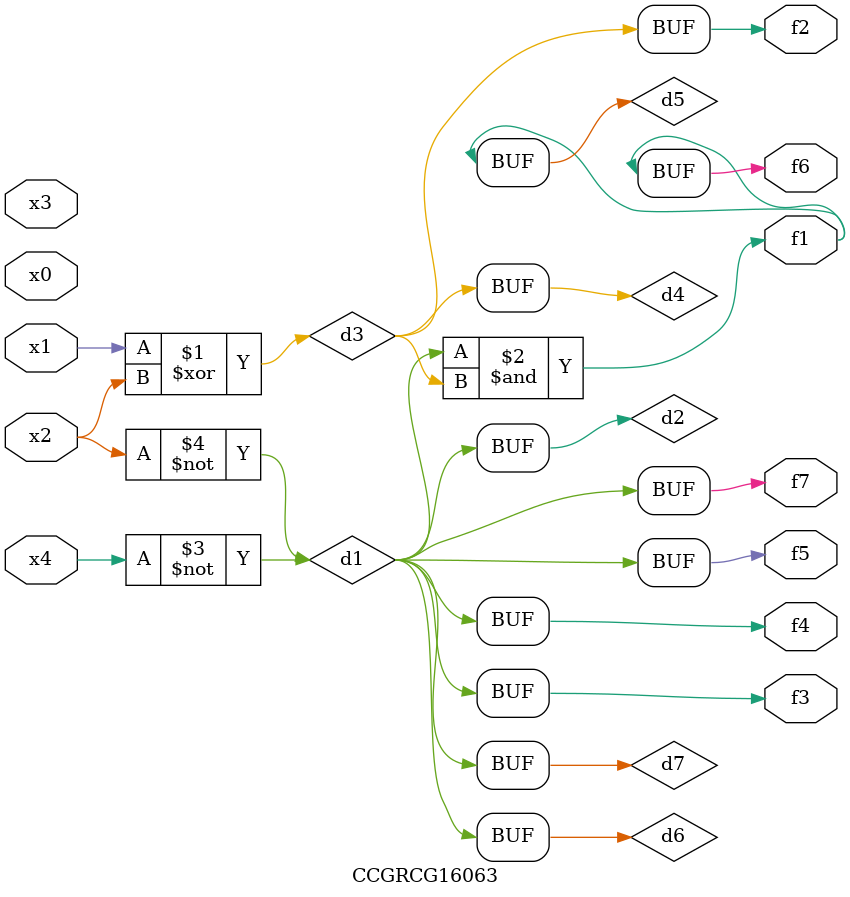
<source format=v>
module CCGRCG16063(
	input x0, x1, x2, x3, x4,
	output f1, f2, f3, f4, f5, f6, f7
);

	wire d1, d2, d3, d4, d5, d6, d7;

	not (d1, x4);
	not (d2, x2);
	xor (d3, x1, x2);
	buf (d4, d3);
	and (d5, d1, d3);
	buf (d6, d1, d2);
	buf (d7, d2);
	assign f1 = d5;
	assign f2 = d4;
	assign f3 = d7;
	assign f4 = d7;
	assign f5 = d7;
	assign f6 = d5;
	assign f7 = d7;
endmodule

</source>
